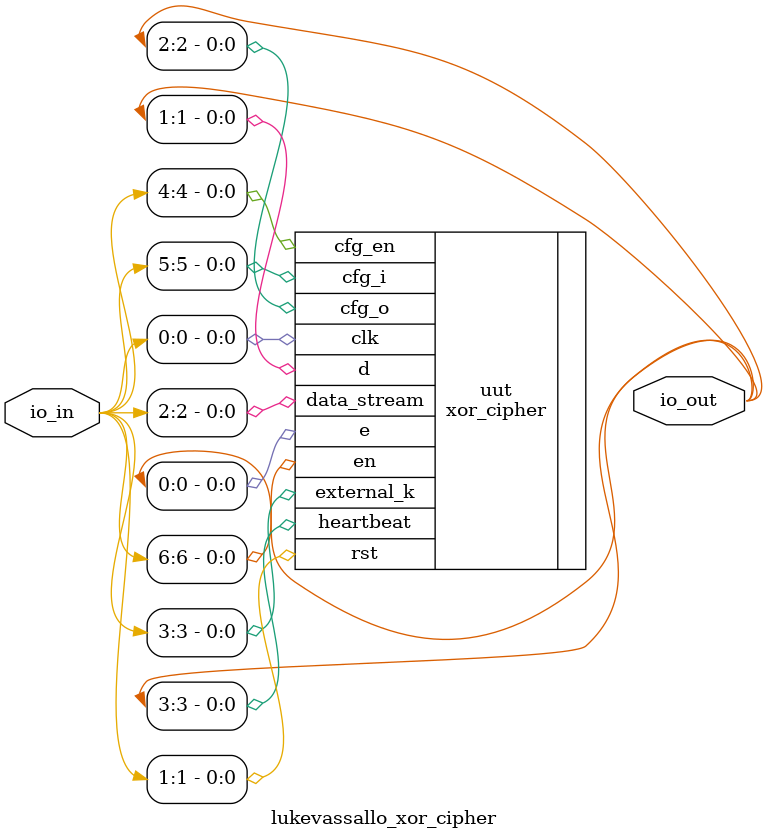
<source format=v>
module lukevassallo_xor_cipher (
input [7:0] io_in,
output [7:0] io_out );

xor_cipher uut (
    .clk(io_in[0]),
    .rst(io_in[1]),
  
    .data_stream(io_in[2]),
    .external_k(io_in[3]),
    
    .e(io_out[0]),
    .d(io_out[1]),
    
    .cfg_en(io_in[4]),
    .cfg_i(io_in[5]),
    .en(io_in[6]),
    .cfg_o(io_out[2]),
    .heartbeat(io_out[3])
);

endmodule

</source>
